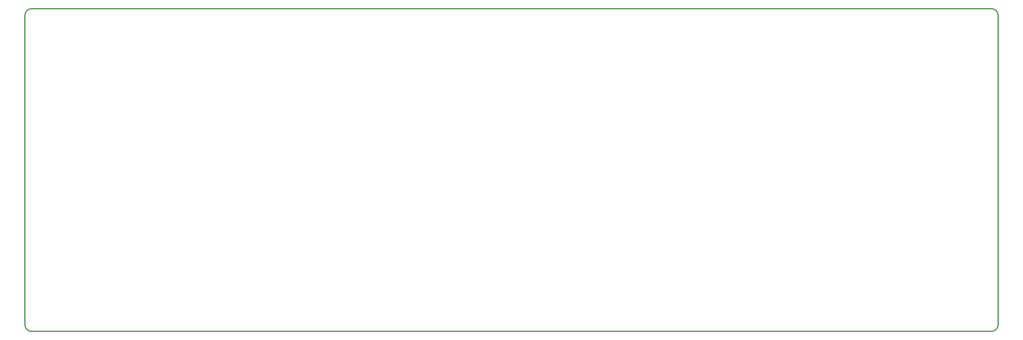
<source format=gbr>
%TF.GenerationSoftware,KiCad,Pcbnew,(5.1.9-0-10_14)*%
%TF.CreationDate,2021-02-02T06:14:29+09:00*%
%TF.ProjectId,Bottom_Plate_for_Jones_and_Unison,426f7474-6f6d-45f5-906c-6174655f666f,rev?*%
%TF.SameCoordinates,Original*%
%TF.FileFunction,Profile,NP*%
%FSLAX46Y46*%
G04 Gerber Fmt 4.6, Leading zero omitted, Abs format (unit mm)*
G04 Created by KiCad (PCBNEW (5.1.9-0-10_14)) date 2021-02-02 06:14:29*
%MOMM*%
%LPD*%
G01*
G04 APERTURE LIST*
%TA.AperFunction,Profile*%
%ADD10C,0.300000*%
%TD*%
G04 APERTURE END LIST*
D10*
%TO.C,REF\u002A\u002A*%
X34350000Y-22550000D02*
G75*
G03*
X32350000Y-24550000I0J-2000000D01*
G01*
X32350000Y-115150000D02*
G75*
G03*
X34350000Y-117150000I2000000J0D01*
G01*
X315350000Y-117150000D02*
G75*
G03*
X317350000Y-115150000I0J2000000D01*
G01*
X317350000Y-24550000D02*
G75*
G03*
X315350000Y-22550000I-2000000J0D01*
G01*
X315350000Y-117150000D02*
X34350000Y-117150000D01*
X317350000Y-115150000D02*
X317350000Y-24550000D01*
X32350000Y-115150000D02*
X32350000Y-24550000D01*
X315350000Y-22550000D02*
X34350000Y-22550000D01*
%TD*%
M02*

</source>
